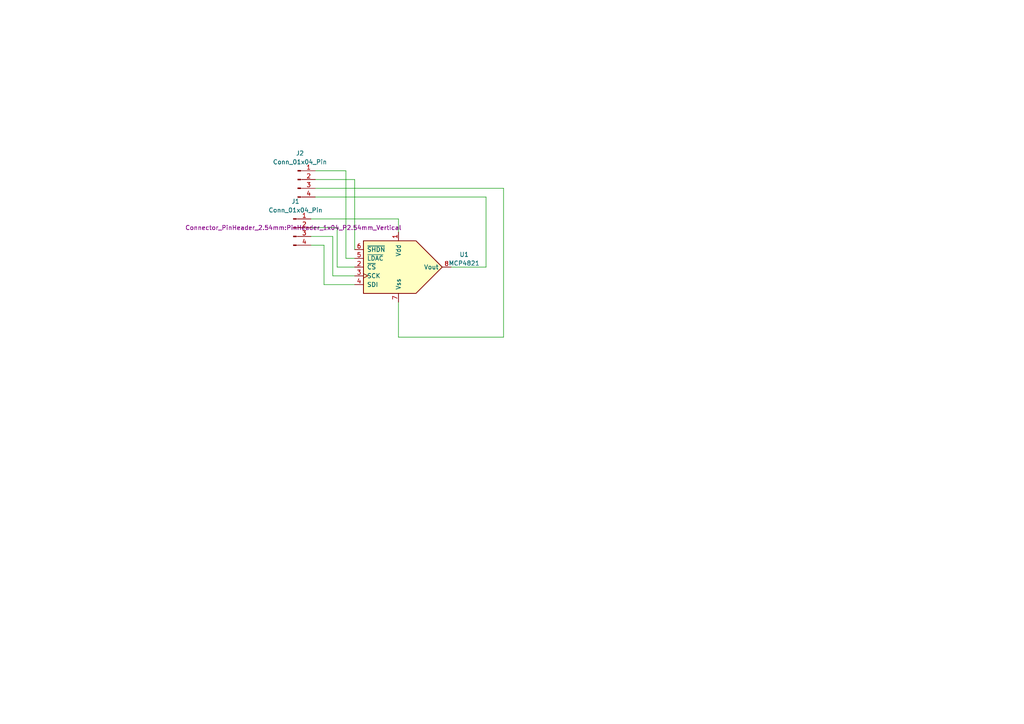
<source format=kicad_sch>
(kicad_sch (version 20230121) (generator eeschema)

  (uuid 4a864d48-7865-4fed-a3de-37580c46a1c2)

  (paper "A4")

  (lib_symbols
    (symbol "Analog_DAC:MCP4821" (pin_names (offset 1.016)) (in_bom yes) (on_board yes)
      (property "Reference" "U" (at 1.27 10.795 0)
        (effects (font (size 1.27 1.27)) (justify left))
      )
      (property "Value" "MCP4821" (at 1.27 8.89 0)
        (effects (font (size 1.27 1.27)) (justify left))
      )
      (property "Footprint" "" (at 22.86 -2.54 0)
        (effects (font (size 1.27 1.27)) hide)
      )
      (property "Datasheet" "http://ww1.microchip.com/downloads/en/DeviceDoc/22244B.pdf" (at 22.86 -2.54 0)
        (effects (font (size 1.27 1.27)) hide)
      )
      (property "ki_keywords" "12-Bit DAC SPI Reference 1ch" (at 0 0 0)
        (effects (font (size 1.27 1.27)) hide)
      )
      (property "ki_description" "12-Bit D/A Converters with SPI Interface, internal Reference (2.048V)" (at 0 0 0)
        (effects (font (size 1.27 1.27)) hide)
      )
      (property "ki_fp_filters" "DIP*W7.62mm* MSOP*3x3mm*P0.65mm* SOIC*3.9x4.9mm*P1.27mm*" (at 0 0 0)
        (effects (font (size 1.27 1.27)) hide)
      )
      (symbol "MCP4821_0_0"
        (polyline
          (pts
            (xy 12.7 0)
            (xy 5.08 7.62)
            (xy -10.16 7.62)
            (xy -10.16 -7.62)
            (xy 5.08 -7.62)
            (xy 12.7 0)
          )
          (stroke (width 0.254) (type default))
          (fill (type background))
        )
      )
      (symbol "MCP4821_1_1"
        (pin power_in line (at 0 10.16 270) (length 2.54)
          (name "Vdd" (effects (font (size 1.27 1.27))))
          (number "1" (effects (font (size 1.27 1.27))))
        )
        (pin input line (at -12.7 0 0) (length 2.54)
          (name "~{CS}" (effects (font (size 1.27 1.27))))
          (number "2" (effects (font (size 1.27 1.27))))
        )
        (pin input clock (at -12.7 -2.54 0) (length 2.54)
          (name "SCK" (effects (font (size 1.27 1.27))))
          (number "3" (effects (font (size 1.27 1.27))))
        )
        (pin input line (at -12.7 -5.08 0) (length 2.54)
          (name "SDI" (effects (font (size 1.27 1.27))))
          (number "4" (effects (font (size 1.27 1.27))))
        )
        (pin input line (at -12.7 2.54 0) (length 2.54)
          (name "~{LDAC}" (effects (font (size 1.27 1.27))))
          (number "5" (effects (font (size 1.27 1.27))))
        )
        (pin input line (at -12.7 5.08 0) (length 2.54)
          (name "~{SHDN}" (effects (font (size 1.27 1.27))))
          (number "6" (effects (font (size 1.27 1.27))))
        )
        (pin power_in line (at 0 -10.16 90) (length 2.54)
          (name "Vss" (effects (font (size 1.27 1.27))))
          (number "7" (effects (font (size 1.27 1.27))))
        )
        (pin output line (at 15.24 0 180) (length 2.54)
          (name "Vout" (effects (font (size 1.27 1.27))))
          (number "8" (effects (font (size 1.27 1.27))))
        )
      )
    )
    (symbol "Connector:Conn_01x04_Pin" (pin_names (offset 1.016) hide) (in_bom yes) (on_board yes)
      (property "Reference" "J" (at 0 5.08 0)
        (effects (font (size 1.27 1.27)))
      )
      (property "Value" "Conn_01x04_Pin" (at 0 -7.62 0)
        (effects (font (size 1.27 1.27)))
      )
      (property "Footprint" "" (at 0 0 0)
        (effects (font (size 1.27 1.27)) hide)
      )
      (property "Datasheet" "~" (at 0 0 0)
        (effects (font (size 1.27 1.27)) hide)
      )
      (property "ki_locked" "" (at 0 0 0)
        (effects (font (size 1.27 1.27)))
      )
      (property "ki_keywords" "connector" (at 0 0 0)
        (effects (font (size 1.27 1.27)) hide)
      )
      (property "ki_description" "Generic connector, single row, 01x04, script generated" (at 0 0 0)
        (effects (font (size 1.27 1.27)) hide)
      )
      (property "ki_fp_filters" "Connector*:*_1x??_*" (at 0 0 0)
        (effects (font (size 1.27 1.27)) hide)
      )
      (symbol "Conn_01x04_Pin_1_1"
        (polyline
          (pts
            (xy 1.27 -5.08)
            (xy 0.8636 -5.08)
          )
          (stroke (width 0.1524) (type default))
          (fill (type none))
        )
        (polyline
          (pts
            (xy 1.27 -2.54)
            (xy 0.8636 -2.54)
          )
          (stroke (width 0.1524) (type default))
          (fill (type none))
        )
        (polyline
          (pts
            (xy 1.27 0)
            (xy 0.8636 0)
          )
          (stroke (width 0.1524) (type default))
          (fill (type none))
        )
        (polyline
          (pts
            (xy 1.27 2.54)
            (xy 0.8636 2.54)
          )
          (stroke (width 0.1524) (type default))
          (fill (type none))
        )
        (rectangle (start 0.8636 -4.953) (end 0 -5.207)
          (stroke (width 0.1524) (type default))
          (fill (type outline))
        )
        (rectangle (start 0.8636 -2.413) (end 0 -2.667)
          (stroke (width 0.1524) (type default))
          (fill (type outline))
        )
        (rectangle (start 0.8636 0.127) (end 0 -0.127)
          (stroke (width 0.1524) (type default))
          (fill (type outline))
        )
        (rectangle (start 0.8636 2.667) (end 0 2.413)
          (stroke (width 0.1524) (type default))
          (fill (type outline))
        )
        (pin passive line (at 5.08 2.54 180) (length 3.81)
          (name "Pin_1" (effects (font (size 1.27 1.27))))
          (number "1" (effects (font (size 1.27 1.27))))
        )
        (pin passive line (at 5.08 0 180) (length 3.81)
          (name "Pin_2" (effects (font (size 1.27 1.27))))
          (number "2" (effects (font (size 1.27 1.27))))
        )
        (pin passive line (at 5.08 -2.54 180) (length 3.81)
          (name "Pin_3" (effects (font (size 1.27 1.27))))
          (number "3" (effects (font (size 1.27 1.27))))
        )
        (pin passive line (at 5.08 -5.08 180) (length 3.81)
          (name "Pin_4" (effects (font (size 1.27 1.27))))
          (number "4" (effects (font (size 1.27 1.27))))
        )
      )
    )
  )


  (wire (pts (xy 102.87 52.07) (xy 102.87 72.39))
    (stroke (width 0) (type default))
    (uuid 0d883669-6bc0-4756-8482-d417622d86d2)
  )
  (wire (pts (xy 115.57 97.79) (xy 115.57 87.63))
    (stroke (width 0) (type default))
    (uuid 1b1ff2d8-8d49-4100-9c54-81ab53267dad)
  )
  (wire (pts (xy 100.33 74.93) (xy 102.87 74.93))
    (stroke (width 0) (type default))
    (uuid 22815c1b-17ee-4f64-87b4-7bb3cf682825)
  )
  (wire (pts (xy 93.98 71.12) (xy 90.17 71.12))
    (stroke (width 0) (type default))
    (uuid 288dedde-ab24-4244-ad9e-6216ad386028)
  )
  (wire (pts (xy 96.52 80.01) (xy 102.87 80.01))
    (stroke (width 0) (type default))
    (uuid 377089b1-b30a-4d0c-a541-ab1380c5879a)
  )
  (wire (pts (xy 140.97 77.47) (xy 130.81 77.47))
    (stroke (width 0) (type default))
    (uuid 38593551-bbbd-4ed3-9dd0-c7bbc22a2c47)
  )
  (wire (pts (xy 91.44 54.61) (xy 146.05 54.61))
    (stroke (width 0) (type default))
    (uuid 397bdcf9-0adb-4e55-9214-49a6dbc308ce)
  )
  (wire (pts (xy 91.44 57.15) (xy 140.97 57.15))
    (stroke (width 0) (type default))
    (uuid 42fce8ea-66e5-4630-8d01-72db29f9fa72)
  )
  (wire (pts (xy 140.97 57.15) (xy 140.97 77.47))
    (stroke (width 0) (type default))
    (uuid 4fcb487e-568a-4ca1-a41e-252e3a2ef216)
  )
  (wire (pts (xy 97.79 77.47) (xy 102.87 77.47))
    (stroke (width 0) (type default))
    (uuid 5c487500-7e70-49b1-a8b9-2ccc59b6a5d5)
  )
  (wire (pts (xy 91.44 52.07) (xy 102.87 52.07))
    (stroke (width 0) (type default))
    (uuid 69304f5e-1c7b-442e-a73c-8a5e4d38ed02)
  )
  (wire (pts (xy 91.44 49.53) (xy 100.33 49.53))
    (stroke (width 0) (type default))
    (uuid 77f91ea9-ed0e-4d55-993d-6ecd18d0e26d)
  )
  (wire (pts (xy 115.57 63.5) (xy 115.57 67.31))
    (stroke (width 0) (type default))
    (uuid 9cb70c83-5894-4f0c-884e-cec07806c729)
  )
  (wire (pts (xy 90.17 66.04) (xy 97.79 66.04))
    (stroke (width 0) (type default))
    (uuid 9e9ff73a-8a0d-443c-a0ec-2a688d41f757)
  )
  (wire (pts (xy 146.05 97.79) (xy 115.57 97.79))
    (stroke (width 0) (type default))
    (uuid aa3851fc-099b-4409-9323-36b3f91eaec0)
  )
  (wire (pts (xy 102.87 82.55) (xy 93.98 82.55))
    (stroke (width 0) (type default))
    (uuid acce7ed5-763b-4de5-8866-5c03fc0c3fa0)
  )
  (wire (pts (xy 90.17 68.58) (xy 96.52 68.58))
    (stroke (width 0) (type default))
    (uuid c848af5b-a2f3-468d-9005-37b952127449)
  )
  (wire (pts (xy 93.98 82.55) (xy 93.98 71.12))
    (stroke (width 0) (type default))
    (uuid e558d2f8-0641-4109-bce9-5e2af44b2ec8)
  )
  (wire (pts (xy 100.33 49.53) (xy 100.33 74.93))
    (stroke (width 0) (type default))
    (uuid e6a926a0-c369-4e25-a98f-5f1f94e7faf0)
  )
  (wire (pts (xy 146.05 54.61) (xy 146.05 97.79))
    (stroke (width 0) (type default))
    (uuid e861228e-128d-4d6c-a745-b4db9d608575)
  )
  (wire (pts (xy 97.79 66.04) (xy 97.79 77.47))
    (stroke (width 0) (type default))
    (uuid ee757f74-6bfc-4237-943b-8b0d0bf1be0f)
  )
  (wire (pts (xy 90.17 63.5) (xy 115.57 63.5))
    (stroke (width 0) (type default))
    (uuid f48f92f4-55e6-472b-9017-da85a0404184)
  )
  (wire (pts (xy 96.52 68.58) (xy 96.52 80.01))
    (stroke (width 0) (type default))
    (uuid f9f6bfc9-bcdf-470f-aa17-f94c67b1b08c)
  )

  (symbol (lib_id "Connector:Conn_01x04_Pin") (at 86.36 52.07 0) (unit 1)
    (in_bom yes) (on_board yes) (dnp no) (fields_autoplaced)
    (uuid 2bd3cc02-0c37-4c30-9738-0b228a167c3b)
    (property "Reference" "J2" (at 86.995 44.45 0)
      (effects (font (size 1.27 1.27)))
    )
    (property "Value" "Conn_01x04_Pin" (at 86.995 46.99 0)
      (effects (font (size 1.27 1.27)))
    )
    (property "Footprint" "Connector_PinHeader_2.54mm:PinHeader_1x04_P2.54mm_Vertical" (at 86.36 52.07 0)
      (effects (font (size 1.27 1.27)) hide)
    )
    (property "Datasheet" "~" (at 86.36 52.07 0)
      (effects (font (size 1.27 1.27)) hide)
    )
    (pin "2" (uuid 9f29f8e7-c300-41dc-a4a3-a30ed3228df9))
    (pin "4" (uuid f9431d91-22d9-4a2d-91c6-708b894aef68))
    (pin "3" (uuid 62e71757-f5a0-4c26-9529-245633919371))
    (pin "1" (uuid a30bc8df-4b30-4b1d-a910-b435a098d8a7))
    (instances
      (project "Adaptador MCP4821"
        (path "/4a864d48-7865-4fed-a3de-37580c46a1c2"
          (reference "J2") (unit 1)
        )
      )
    )
  )

  (symbol (lib_id "Analog_DAC:MCP4821") (at 115.57 77.47 0) (unit 1)
    (in_bom yes) (on_board yes) (dnp no) (fields_autoplaced)
    (uuid 5f1f9ae2-a974-4925-8577-75ebea02bcd6)
    (property "Reference" "U1" (at 134.62 73.8221 0)
      (effects (font (size 1.27 1.27)))
    )
    (property "Value" "MCP4821" (at 134.62 76.3621 0)
      (effects (font (size 1.27 1.27)))
    )
    (property "Footprint" "MCP4821-E_SN:SOIC127P600X175-8N" (at 138.43 80.01 0)
      (effects (font (size 1.27 1.27)) hide)
    )
    (property "Datasheet" "http://ww1.microchip.com/downloads/en/DeviceDoc/22244B.pdf" (at 138.43 80.01 0)
      (effects (font (size 1.27 1.27)) hide)
    )
    (pin "6" (uuid 31ad399e-a068-44d6-9aed-08bfc13d6eb1))
    (pin "2" (uuid f22eb8b3-abf2-45e2-aa58-d80ca82d4cb7))
    (pin "7" (uuid d3029cdd-7ab1-405d-bd05-13ff1895a716))
    (pin "1" (uuid 289150bc-9d34-4c30-8a0e-ac845033db97))
    (pin "4" (uuid 95694c3e-b3c7-475a-99f8-51bab1883794))
    (pin "3" (uuid d12cee75-07c3-4548-924b-53279f5a2923))
    (pin "5" (uuid de04237f-bc44-4796-b4c3-36e78dd39d88))
    (pin "8" (uuid ef81bce4-33e7-419b-afb7-24cf1bb71d32))
    (instances
      (project "Adaptador MCP4821"
        (path "/4a864d48-7865-4fed-a3de-37580c46a1c2"
          (reference "U1") (unit 1)
        )
      )
    )
  )

  (symbol (lib_id "Connector:Conn_01x04_Pin") (at 85.09 66.04 0) (unit 1)
    (in_bom yes) (on_board yes) (dnp no) (fields_autoplaced)
    (uuid c7ba1b24-bf7b-421b-ba1b-92fb8bfc8cdb)
    (property "Reference" "J1" (at 85.725 58.42 0)
      (effects (font (size 1.27 1.27)))
    )
    (property "Value" "Conn_01x04_Pin" (at 85.725 60.96 0)
      (effects (font (size 1.27 1.27)))
    )
    (property "Footprint" "Connector_PinHeader_2.54mm:PinHeader_1x04_P2.54mm_Vertical" (at 85.09 66.04 0)
      (effects (font (size 1.27 1.27)))
    )
    (property "Datasheet" "~" (at 85.09 66.04 0)
      (effects (font (size 1.27 1.27)) hide)
    )
    (pin "3" (uuid 89a8fb8e-09f5-4c62-9294-18694d15cc06))
    (pin "4" (uuid eab46546-0d3d-432a-ab3a-a789a208f8f4))
    (pin "1" (uuid f077b883-7ace-452c-a21d-9a85afe316e7))
    (pin "2" (uuid 030dfda8-43c2-4aa4-9ea2-6751971366ba))
    (instances
      (project "Adaptador MCP4821"
        (path "/4a864d48-7865-4fed-a3de-37580c46a1c2"
          (reference "J1") (unit 1)
        )
      )
    )
  )

  (sheet_instances
    (path "/" (page "1"))
  )
)

</source>
